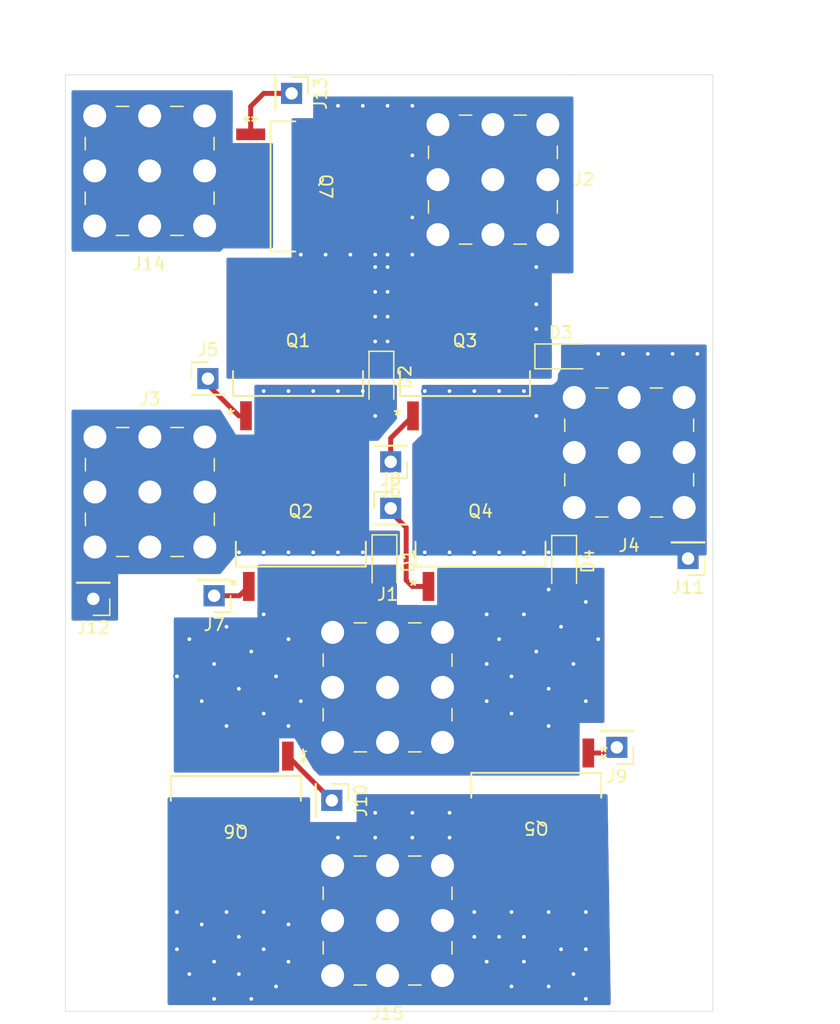
<source format=kicad_pcb>
(kicad_pcb (version 20240108) (generator "pcbnew") (generator_version "8.0")
  (layers (0 "F.Cu" signal) (31 "B.Cu" signal) (34 "B.Paste" user) (35 "F.Paste" user) (36 "B.SilkS" user "B.Silkscreen") (37 "F.SilkS" user "F.Silkscreen") (38 "B.Mask" user) (39 "F.Mask" user) (44 "Edge.Cuts" user))
  (net 0 "")
  (net 1 "/Motor0")
  (net 2 "/DBUS")
  (net 3 "/Motor1")
  (net 4 "GND")
  (net 5 "/G1")
  (net 6 "/G2")
  (net 7 "/G3")
  (net 8 "/G4")
  (net 9 "/G5")
  (net 10 "/G6")
  (net 11 "/G7")
  (net 12 "/Regen")
  (net 13 "/Drive")
  (footprint "Connector_PinHeader_2.54mm:PinHeader_1x01_P2.54mm_Vertical" (layer "F.Cu") (at 136.25 70 -90)
    (property "Reference" "J13" (at 0 -2.33 90) (layer "F.SilkS"))
    (property "Value" "Conn_01x01_Socket")
    (fp_line (start -1.33 1.33) (end 1.33 1.33) (stroke (width 0.12)) (layer "F.SilkS"))
    (fp_line (start -1.33 1.270001) (end -1.33 1.33) (stroke (width 0.12)) (layer "F.SilkS"))
    (fp_line (start -1.33 1.270001) (end 1.33 1.270001) (stroke (width 0.12)) (layer "F.SilkS"))
    (fp_line (start 1.33 1.270001) (end 1.33 1.33) (stroke (width 0.12)) (layer "F.SilkS"))
    (fp_line (start -1.33 0) (end -1.33 -1.33) (stroke (width 0.12)) (layer "F.SilkS"))
    (fp_line (start -1.33 -1.33) (end 0 -1.33) (stroke (width 0.12)) (layer "F.SilkS"))
    (pad "1" thru_hole rect (at 0 0 270) (size 1.7 1.7) (drill 1) (layers "*.Cu" "*.Mask") (net 11 "/G7"))
  )
  (footprint "Connector_PinHeader_2.54mm:PinHeader_1x01_P2.54mm_Vertical" (layer "F.Cu") (at 120.25 110.75 180)
    (property "Reference" "J12" (at 0 -2.33 360) (layer "F.SilkS"))
    (property "Value" "Conn_01x01_Socket")
    (fp_line (start 1.33 1.270001) (end 1.33 1.33) (stroke (width 0.12)) (layer "F.SilkS"))
    (fp_line (start -1.33 1.33) (end 1.33 1.33) (stroke (width 0.12)) (layer "F.SilkS"))
    (fp_line (start -1.33 1.270001) (end 1.33 1.270001) (stroke (width 0.12)) (layer "F.SilkS"))
    (fp_line (start -1.33 1.270001) (end -1.33 1.33) (stroke (width 0.12)) (layer "F.SilkS"))
    (fp_line (start -1.33 0) (end -1.33 -1.33) (stroke (width 0.12)) (layer "F.SilkS"))
    (fp_line (start -1.33 -1.33) (end 0 -1.33) (stroke (width 0.12)) (layer "F.SilkS"))
    (pad "1" thru_hole rect (at 0 0 180) (size 1.7 1.7) (drill 1) (layers "*.Cu" "*.Mask") (net 1 "/Motor0"))
  )
  (footprint "TerminalBlock_Wuerth:Wuerth_REDCUBE-THR_WP-THRSH_74651194_THR" (layer "F.Cu") (at 124.7978 76.25 90)
    (property "Reference" "J14" (at -7.5 -0.0478 180) (layer "F.SilkS"))
    (property "Value" "Conn_01x01_Socket")
    (fp_line (start 1.7 -5.2) (end 2.7 -5.2) (stroke (width 0.12)) (layer "F.SilkS"))
    (fp_line (start -2.7 -5.2) (end -1.7 -5.2) (stroke (width 0.12)) (layer "F.SilkS"))
    (fp_line (start -5.2 -2.7) (end -5.2 -1.7) (stroke (width 0.12)) (layer "F.SilkS"))
    (fp_line (start 5.2 -1.7) (end 5.2 -2.7) (stroke (width 0.12)) (layer "F.SilkS"))
    (fp_line (start -5.2 1.7) (end -5.2 2.7) (stroke (width 0.12)) (layer "F.SilkS"))
    (fp_line (start 5.2 2.7) (end 5.2 1.7) (stroke (width 0.12)) (layer "F.SilkS"))
    (fp_line (start 1.7 5.2) (end 2.7 5.2) (stroke (width 0.12)) (layer "F.SilkS"))
    (fp_line (start -2.7 5.2) (end -1.7 5.2) (stroke (width 0.12)) (layer "F.SilkS"))
    (pad "1" thru_hole circle (at -4.435001 0 90) (size 3.2 3.2) (drill 1.85) (layers "*.Cu" "*.Mask") (net 12 "/Regen"))
    (pad "1" thru_hole circle (at -4.435 -4.435 90) (size 3.2 3.2) (drill 1.85) (layers "*.Cu" "*.Mask") (net 12 "/Regen"))
    (pad "1" thru_hole circle (at -4.435 4.435 90) (size 3.2 3.2) (drill 1.85) (layers "*.Cu" "*.Mask") (net 12 "/Regen"))
    (pad "1" thru_hole circle (at 0 -4.435001 90) (size 3.2 3.2) (drill 1.85) (layers "*.Cu" "*.Mask") (net 12 "/Regen"))
    (pad "1" thru_hole circle (at 0 0 90) (size 3.2 3.2) (drill 1.85) (layers "*.Cu" "*.Mask") (net 12 "/Regen"))
    (pad "1" thru_hole circle (at 0 4.435001 90) (size 3.2 3.2) (drill 1.85) (layers "*.Cu" "*.Mask") (net 12 "/Regen"))
    (pad "1" thru_hole circle (at 4.435 -4.435 90) (size 3.2 3.2) (drill 1.85) (layers "*.Cu" "*.Mask") (net 12 "/Regen"))
    (pad "1" thru_hole circle (at 4.435 4.435 90) (size 3.2 3.2) (drill 1.85) (layers "*.Cu" "*.Mask") (net 12 "/Regen"))
    (pad "1" thru_hole circle (at 4.435001 0 90) (size 3.2 3.2) (drill 1.85) (layers "*.Cu" "*.Mask") (net 12 "/Regen"))
  )
  (footprint "Diode_SMD:D_SOD-123F" (layer "F.Cu") (at 158.249998 107.852199 -90)
    (property "Reference" "D4" (at -0.127 -1.905 90) (layer "F.SilkS"))
    (property "Value" "D")
    (fp_line (start -2.21 1) (end 1.65 1) (stroke (width 0.12)) (layer "F.SilkS"))
    (fp_line (start -2.21 -1) (end -2.21 1) (stroke (width 0.12)) (layer "F.SilkS"))
    (fp_line (start -2.21 -1) (end 1.65 -1) (stroke (width 0.12)) (layer "F.SilkS"))
    (pad "1" smd roundrect (at -1.399999 0 270) (size 1.1 1.1) (layers "F.Cu" "F.Paste" "F.Mask") (roundrect_rratio 0.2272727273) (net 3 "/Motor1"))
    (pad "2" smd roundrect (at 1.399999 0 270) (size 1.1 1.1) (layers "F.Cu" "F.Paste" "F.Mask") (roundrect_rratio 0.2272727273) (net 4 "GND"))
  )
  (footprint "TerminalBlock_Wuerth:Wuerth_REDCUBE-THR_WP-THRSH_74651194_THR" (layer "F.Cu") (at 163.499998 98.9522 180)
    (property "Reference" "J4" (at 0 -7.5 360) (layer "F.SilkS"))
    (property "Value" "Conn_01x01_Socket")
    (fp_line (start 5.2 2.7) (end 5.2 1.7) (stroke (width 0.12)) (layer "F.SilkS"))
    (fp_line (start 5.2 -1.7) (end 5.2 -2.7) (stroke (width 0.12)) (layer "F.SilkS"))
    (fp_line (start 1.7 5.2) (end 2.7 5.2) (stroke (width 0.12)) (layer "F.SilkS"))
    (fp_line (start 1.7 -5.2) (end 2.7 -5.2) (stroke (width 0.12)) (layer "F.SilkS"))
    (fp_line (start -2.7 5.2) (end -1.7 5.2) (stroke (width 0.12)) (layer "F.SilkS"))
    (fp_line (start -2.7 -5.2) (end -1.7 -5.2) (stroke (width 0.12)) (layer "F.SilkS"))
    (fp_line (start -5.2 1.7) (end -5.2 2.7) (stroke (width 0.12)) (layer "F.SilkS"))
    (fp_line (start -5.2 -2.7) (end -5.2 -1.7) (stroke (width 0.12)) (layer "F.SilkS"))
    (pad "1" thru_hole circle (at -4.435001 0 180) (size 3.2 3.2) (drill 1.85) (layers "*.Cu" "*.Mask") (net 3 "/Motor1"))
    (pad "1" thru_hole circle (at -4.435 -4.435 180) (size 3.2 3.2) (drill 1.85) (layers "*.Cu" "*.Mask") (net 3 "/Motor1"))
    (pad "1" thru_hole circle (at -4.435 4.435 180) (size 3.2 3.2) (drill 1.85) (layers "*.Cu" "*.Mask") (net 3 "/Motor1"))
    (pad "1" thru_hole circle (at 0 -4.435001 180) (size 3.2 3.2) (drill 1.85) (layers "*.Cu" "*.Mask") (net 3 "/Motor1"))
    (pad "1" thru_hole circle (at 0 0 180) (size 3.2 3.2) (drill 1.85) (layers "*.Cu" "*.Mask") (net 3 "/Motor1"))
    (pad "1" thru_hole circle (at 0 4.435001 180) (size 3.2 3.2) (drill 1.85) (layers "*.Cu" "*.Mask") (net 3 "/Motor1"))
    (pad "1" thru_hole circle (at 4.435 -4.435 180) (size 3.2 3.2) (drill 1.85) (layers "*.Cu" "*.Mask") (net 3 "/Motor1"))
    (pad "1" thru_hole circle (at 4.435 4.435 180) (size 3.2 3.2) (drill 1.85) (layers "*.Cu" "*.Mask") (net 3 "/Motor1"))
    (pad "1" thru_hole circle (at 4.435001 0 180) (size 3.2 3.2) (drill 1.85) (layers "*.Cu" "*.Mask") (net 3 "/Motor1"))
  )
  (footprint "Connector_PinHeader_2.54mm:PinHeader_1x01_P2.54mm_Vertical" (layer "F.Cu") (at 130 110.5 180)
    (property "Reference" "J7" (at 0 -2.33 360) (layer "F.SilkS"))
    (property "Value" "Conn_01x01_Socket")
    (fp_line (start 1.33 1.270001) (end 1.33 1.33) (stroke (width 0.12)) (layer "F.SilkS"))
    (fp_line (start -1.33 1.33) (end 1.33 1.33) (stroke (width 0.12)) (layer "F.SilkS"))
    (fp_line (start -1.33 1.270001) (end 1.33 1.270001) (stroke (width 0.12)) (layer "F.SilkS"))
    (fp_line (start -1.33 1.270001) (end -1.33 1.33) (stroke (width 0.12)) (layer "F.SilkS"))
    (fp_line (start -1.33 0) (end -1.33 -1.33) (stroke (width 0.12)) (layer "F.SilkS"))
    (fp_line (start -1.33 -1.33) (end 0 -1.33) (stroke (width 0.12)) (layer "F.SilkS"))
    (pad "1" thru_hole rect (at 0 0 180) (size 1.7 1.7) (drill 1) (layers "*.Cu" "*.Mask") (net 7 "/G3"))
  )
  (footprint "Diode_SMD:D_SOD-123F" (layer "F.Cu") (at 158.099999 91.2022)
    (property "Reference" "D3" (at -0.127 -1.905 360) (layer "F.SilkS"))
    (property "Value" "D")
    (fp_line (start -2.21 -1) (end -2.21 1) (stroke (width 0.12)) (layer "F.SilkS"))
    (fp_line (start -2.21 -1) (end 1.65 -1) (stroke (width 0.12)) (layer "F.SilkS"))
    (fp_line (start -2.21 1) (end 1.65 1) (stroke (width 0.12)) (layer "F.SilkS"))
    (pad "1" smd roundrect (at -1.399999 0) (size 1.1 1.1) (layers "F.Cu" "F.Paste" "F.Mask") (roundrect_rratio 0.2272727273) (net 2 "/DBUS"))
    (pad "2" smd roundrect (at 1.399999 0) (size 1.1 1.1) (layers "F.Cu" "F.Paste" "F.Mask") (roundrect_rratio 0.2272727273) (net 3 "/Motor1"))
  )
  (footprint "Connector_PinHeader_2.54mm:PinHeader_1x01_P2.54mm_Vertical" (layer "F.Cu") (at 129.499998 93)
    (property "Reference" "J5" (at 0 -2.33 0) (layer "F.SilkS"))
    (property "Value" "Conn_01x01_Socket")
    (fp_line (start -1.33 -1.33) (end 0 -1.33) (stroke (width 0.12)) (layer "F.SilkS"))
    (fp_line (start -1.33 0) (end -1.33 -1.33) (stroke (width 0.12)) (layer "F.SilkS"))
    (fp_line (start -1.33 1.27) (end -1.33 1.33) (stroke (width 0.12)) (layer "F.SilkS"))
    (fp_line (start -1.33 1.27) (end 1.33 1.27) (stroke (width 0.12)) (layer "F.SilkS"))
    (fp_line (start -1.33 1.33) (end 1.33 1.33) (stroke (width 0.12)) (layer "F.SilkS"))
    (fp_line (start 1.33 1.27) (end 1.33 1.33) (stroke (width 0.12)) (layer "F.SilkS"))
    (pad "1" thru_hole rect (at 0 0) (size 1.7 1.7) (drill 1) (layers "*.Cu" "*.Mask") (net 5 "/G1"))
  )
  (footprint "Connector_PinHeader_2.54mm:PinHeader_1x01_P2.54mm_Vertical" (layer "F.Cu") (at 162.499999 122.726501 180)
    (property "Reference" "J9" (at 0 -2.33 360) (layer "F.SilkS"))
    (property "Value" "Conn_01x01_Socket")
    (fp_line (start 1.33 1.270001) (end 1.33 1.33) (stroke (width 0.12)) (layer "F.SilkS"))
    (fp_line (start -1.33 1.33) (end 1.33 1.33) (stroke (width 0.12)) (layer "F.SilkS"))
    (fp_line (start -1.33 1.270001) (end 1.33 1.270001) (stroke (width 0.12)) (layer "F.SilkS"))
    (fp_line (start -1.33 1.270001) (end -1.33 1.33) (stroke (width 0.12)) (layer "F.SilkS"))
    (fp_line (start -1.33 0) (end -1.33 -1.33) (stroke (width 0.12)) (layer "F.SilkS"))
    (fp_line (start -1.33 -1.33) (end 0 -1.33) (stroke (width 0.12)) (layer "F.SilkS"))
    (pad "1" thru_hole rect (at 0 0 180) (size 1.7 1.7) (drill 1) (layers "*.Cu" "*.Mask") (net 9 "/G5"))
  )
  (footprint "Library:L-TOGL_TOS" (layer "F.Cu") (at 150.249998 89.9421)
    (property "Reference" "Q3" (at 0 0 0) (layer "F.SilkS"))
    (property "Value" "Q_NMOS_GDS")
    (fp_line (start -5.2451 2.453997) (end -5.2451 4.4577) (stroke (width 0.1524)) (layer "F.SilkS"))
    (fp_line (start -5.2451 4.4577) (end 5.2451 4.4577) (stroke (width 0.1524)) (layer "F.SilkS"))
    (fp_line (start 5.2451 4.4577) (end 5.2451 2.453997) (stroke (width 0.1524)) (layer "F.SilkS"))
    (fp_text user "*" (at -5.435 6.0579 360) (layer "F.SilkS"))
    (fp_text user "*" (at -5.435 6.0579 0) (layer "F.SilkS"))
    (pad "1" smd rect (at -4.199999 6.0579) (size 0.9398 2.3368) (layers "F.Cu" "F.Paste" "F.Mask") (net 6 "/G2"))
    (pad "2" smd rect (at 0 -1.7399) (size 9.9314 8.0264) (layers "F.Cu" "F.Paste" "F.Mask") (net 2 "/DBUS"))
    (pad "3" smd rect (at -2.999999 6.0579) (size 0.9398 2.3368) (layers "F.Cu" "F.Paste" "F.Mask") (net 3 "/Motor1"))
    (pad "3" smd rect (at -1.799999 6.0579) (size 0.9398 2.3368) (layers "F.Cu" "F.Paste" "F.Mask") (net 3 "/Motor1"))
    (pad "3" smd rect (at -0.599999 6.0579) (size 0.9398 2.3368) (layers "F.Cu" "F.Paste" "F.Mask") (net 3 "/Motor1"))
    (pad "3" smd rect (at 0.600001 6.0579) (size 0.9398 2.3368) (layers "F.Cu" "F.Paste" "F.Mask") (net 3 "/Motor1"))
    (pad "3" smd rect (at 1.800001 6.0579) (size 0.9398 2.3368) (layers "F.Cu" "F.Paste" "F.Mask") (net 3 "/Motor1"))
    (pad "3" smd rect (at 3.000002 6.0579) (size 0.9398 2.3368) (layers "F.Cu" "F.Paste" "F.Mask") (net 3 "/Motor1"))
    (pad "3" smd rect (at 4.199999 6.0579) (size 0.9398 2.3368) (layers "F.Cu" "F.Paste" "F.Mask") (net 3 "/Motor1"))
  )
  (footprint "TerminalBlock_Wuerth:Wuerth_REDCUBE-THR_WP-THRSH_74651194_THR" (layer "F.Cu") (at 143.999998 117.8872)
    (property "Reference" "J1" (at 0 -7.5 0) (layer "F.SilkS"))
    (property "Value" "Conn_01x01_Socket")
    (fp_line (start -5.2 -2.7) (end -5.2 -1.7) (stroke (width 0.12)) (layer "F.SilkS"))
    (fp_line (start -5.2 1.7) (end -5.2 2.7) (stroke (width 0.12)) (layer "F.SilkS"))
    (fp_line (start -2.7 -5.2) (end -1.7 -5.2) (stroke (width 0.12)) (layer "F.SilkS"))
    (fp_line (start -2.7 5.2) (end -1.7 5.2) (stroke (width 0.12)) (layer "F.SilkS"))
    (fp_line (start 1.7 -5.2) (end 2.7 -5.2) (stroke (width 0.12)) (layer "F.SilkS"))
    (fp_line (start 1.7 5.2) (end 2.7 5.2) (stroke (width 0.12)) (layer "F.SilkS"))
    (fp_line (start 5.2 -1.7) (end 5.2 -2.7) (stroke (width 0.12)) (layer "F.SilkS"))
    (fp_line (start 5.2 2.7) (end 5.2 1.7) (stroke (width 0.12)) (layer "F.SilkS"))
    (pad "1" thru_hole circle (at -4.435 -4.435) (size 3.2 3.2) (drill 1.85) (layers "*.Cu" "*.Mask") (net 4 "GND"))
    (pad "1" thru_hole circle (at -4.435 0) (size 3.2 3.2) (drill 1.85) (layers "*.Cu" "*.Mask") (net 4 "GND"))
    (pad "1" thru_hole circle (at -4.435 4.435) (size 3.2 3.2) (drill 1.85) (layers "*.Cu" "*.Mask") (net 4 "GND"))
    (pad "1" thru_hole circle (at 0 -4.435) (size 3.2 3.2) (drill 1.85) (layers "*.Cu" "*.Mask") (net 4 "GND"))
    (pad "1" thru_hole circle (at 0 0) (size 3.2 3.2) (drill 1.85) (layers "*.Cu" "*.Mask") (net 4 "GND"))
    (pad "1" thru_hole circle (at 0 4.435) (size 3.2 3.2) (drill 1.85) (layers "*.Cu" "*.Mask") (net 4 "GND"))
    (pad "1" thru_hole circle (at 4.435 -4.435) (size 3.2 3.2) (drill 1.85) (layers "*.Cu" "*.Mask") (net 4 "GND"))
    (pad "1" thru_hole circle (at 4.435 0) (size 3.2 3.2) (drill 1.85) (layers "*.Cu" "*.Mask") (net 4 "GND"))
    (pad "1" thru_hole circle (at 4.435 4.435) (size 3.2 3.2) (drill 1.85) (layers "*.Cu" "*.Mask") (net 4 "GND"))
  )
  (footprint "Connector_PinHeader_2.54mm:PinHeader_1x01_P2.54mm_Vertical" (layer "F.Cu") (at 168.25 107.5 180)
    (property "Reference" "J11" (at 0 -2.33 360) (layer "F.SilkS"))
    (property "Value" "Conn_01x01_Socket")
    (fp_line (start 1.33 1.270001) (end 1.33 1.33) (stroke (width 0.12)) (layer "F.SilkS"))
    (fp_line (start -1.33 1.33) (end 1.33 1.33) (stroke (width 0.12)) (layer "F.SilkS"))
    (fp_line (start -1.33 1.270001) (end 1.33 1.270001) (stroke (width 0.12)) (layer "F.SilkS"))
    (fp_line (start -1.33 1.270001) (end -1.33 1.33) (stroke (width 0.12)) (layer "F.SilkS"))
    (fp_line (start -1.33 0) (end -1.33 -1.33) (stroke (width 0.12)) (layer "F.SilkS"))
    (fp_line (start -1.33 -1.33) (end 0 -1.33) (stroke (width 0.12)) (layer "F.SilkS"))
    (pad "1" thru_hole rect (at 0 0 180) (size 1.7 1.7) (drill 1) (layers "*.Cu" "*.Mask") (net 3 "/Motor1"))
  )
  (footprint "TerminalBlock_Wuerth:Wuerth_REDCUBE-THR_WP-THRSH_74651194_THR" (layer "F.Cu") (at 144 136.685001 180)
    (property "Reference" "J15" (at 0 -7.5 360) (layer "F.SilkS"))
    (property "Value" "Conn_01x01_Socket")
    (fp_line (start 5.2 2.7) (end 5.2 1.7) (stroke (width 0.12)) (layer "F.SilkS"))
    (fp_line (start 5.2 -1.7) (end 5.2 -2.7) (stroke (width 0.12)) (layer "F.SilkS"))
    (fp_line (start 1.7 5.2) (end 2.7 5.2) (stroke (width 0.12)) (layer "F.SilkS"))
    (fp_line (start 1.7 -5.2) (end 2.7 -5.2) (stroke (width 0.12)) (layer "F.SilkS"))
    (fp_line (start -2.7 5.2) (end -1.7 5.2) (stroke (width 0.12)) (layer "F.SilkS"))
    (fp_line (start -2.7 -5.2) (end -1.7 -5.2) (stroke (width 0.12)) (layer "F.SilkS"))
    (fp_line (start -5.2 1.7) (end -5.2 2.7) (stroke (width 0.12)) (layer "F.SilkS"))
    (fp_line (start -5.2 -2.7) (end -5.2 -1.7) (stroke (width 0.12)) (layer "F.SilkS"))
    (pad "1" thru_hole circle (at -4.435001 0 180) (size 3.2 3.2) (drill 1.85) (layers "*.Cu" "*.Mask") (net 13 "/Drive"))
    (pad "1" thru_hole circle (at -4.435 -4.435 180) (size 3.2 3.2) (drill 1.85) (layers "*.Cu" "*.Mask") (net 13 "/Drive"))
    (pad "1" thru_hole circle (at -4.435 4.435 180) (size 3.2 3.2) (drill 1.85) (layers "*.Cu" "*.Mask") (net 13 "/Drive"))
    (pad "1" thru_hole circle (at 0 -4.435001 180) (size 3.2 3.2) (drill 1.85) (layers "*.Cu" "*.Mask") (net 13 "/Drive"))
    (pad "1" thru_hole circle (at 0 0 180) (size 3.2 3.2) (drill 1.85) (layers "*.Cu" "*.Mask") (net 13 "/Drive"))
    (pad "1" thru_hole circle (at 0 4.435001 180) (size 3.2 3.2) (drill 1.85) (layers "*.Cu" "*.Mask") (net 13 "/Drive"))
    (pad "1" thru_hole circle (at 4.435 -4.435 180) (size 3.2 3.2) (drill 1.85) (layers "*.Cu" "*.Mask") (net 13 "/Drive"))
    (pad "1" thru_hole circle (at 4.435 4.435 180) (size 3.2 3.2) (drill 1.85) (layers "*.Cu" "*.Mask") (net 13 "/Drive"))
    (pad "1" thru_hole circle (at 4.435001 0 180) (size 3.2 3.2) (drill 1.85) (layers "*.Cu" "*.Mask") (net 13 "/Drive"))
  )
  (footprint "Library:L-TOGL_TOS" (layer "F.Cu") (at 151.499998 103.6921)
    (property "Reference" "Q4" (at 0 0 0) (layer "F.SilkS"))
    (property "Value" "Q_NMOS_GDS")
    (fp_line (start -5.2451 2.453997) (end -5.2451 4.4577) (stroke (width 0.1524)) (layer "F.SilkS"))
    (fp_line (start -5.2451 4.4577) (end 5.2451 4.4577) (stroke (width 0.1524)) (layer "F.SilkS"))
    (fp_line (start 5.2451 4.4577) (end 5.2451 2.453997) (stroke (width 0.1524)) (layer "F.SilkS"))
    (fp_text user "*" (at -5.435 6.0579 0) (layer "F.SilkS"))
    (fp_text user "*" (at -5.435 6.0579 0) (layer "F.SilkS"))
    (pad "1" smd rect (at -4.199999 6.0579) (size 0.9398 2.3368) (layers "F.Cu" "F.Paste" "F.Mask") (net 8 "/G4"))
    (pad "2" smd rect (at 0 -1.7399) (size 9.9314 8.0264) (layers "F.Cu" "F.Paste" "F.Mask") (net 3 "/Motor1"))
    (pad "3" smd rect (at -2.999999 6.0579) (size 0.9398 2.3368) (layers "F.Cu" "F.Paste" "F.Mask") (net 4 "GND"))
    (pad "3" smd rect (at -1.799999 6.0579) (size 0.9398 2.3368) (layers "F.Cu" "F.Paste" "F.Mask") (net 4 "GND"))
    (pad "3" smd rect (at -0.599999 6.0579) (size 0.9398 2.3368) (layers "F.Cu" "F.Paste" "F.Mask") (net 4 "GND"))
    (pad "3" smd rect (at 0.600001 6.0579) (size 0.9398 2.3368) (layers "F.Cu" "F.Paste" "F.Mask") (net 4 "GND"))
    (pad "3" smd rect (at 1.800001 6.0579) (size 0.9398 2.3368) (layers "F.Cu" "F.Paste" "F.Mask") (net 4 "GND"))
    (pad "3" smd rect (at 3.000002 6.0579) (size 0.9398 2.3368) (layers "F.Cu" "F.Paste" "F.Mask") (net 4 "GND"))
    (pad "3" smd rect (at 4.199999 6.0579) (size 0.9398 2.3368) (layers "F.Cu" "F.Paste" "F.Mask") (net 4 "GND"))
  )
  (footprint "Library:L-TOGL_TOS" (layer "F.Cu") (at 136.769703 89.932495)
    (property "Reference" "Q1" (at 0 0 0) (layer "F.SilkS"))
    (property "Value" "Q_NMOS_GDS")
    (fp_line (start -5.2451 2.453997) (end -5.2451 4.4577) (stroke (width 0.1524)) (layer "F.SilkS"))
    (fp_line (start -5.2451 4.4577) (end 5.2451 4.4577) (stroke (width 0.1524)) (layer "F.SilkS"))
    (fp_line (start 5.2451 4.4577) (end 5.2451 2.453997) (stroke (width 0.1524)) (layer "F.SilkS"))
    (fp_text user "*" (at -5.435 6.0579 0) (layer "F.SilkS"))
    (fp_text user "*" (at -5.435 6.0579 360) (layer "F.SilkS"))
    (pad "1" smd rect (at -4.199999 6.0579) (size 0.9398 2.3368) (layers "F.Cu" "F.Paste" "F.Mask") (net 5 "/G1"))
    (pad "2" smd rect (at 0 -1.7399) (size 9.9314 8.0264) (layers "F.Cu" "F.Paste" "F.Mask") (net 2 "/DBUS"))
    (pad "3" smd rect (at -2.999999 6.0579) (size 0.9398 2.3368) (layers "F.Cu" "F.Paste" "F.Mask") (net 1 "/Motor0"))
    (pad "3" smd rect (at -1.799999 6.0579) (size 0.9398 2.3368) (layers "F.Cu" "F.Paste" "F.Mask") (net 1 "/Motor0"))
    (pad "3" smd rect (at -0.599999 6.0579) (size 0.9398 2.3368) (layers "F.Cu" "F.Paste" "F.Mask") (net 1 "/Motor0"))
    (pad "3" smd rect (at 0.600001 6.0579) (size 0.9398 2.3368) (layers "F.Cu" "F.Paste" "F.Mask") (net 1 "/Motor0"))
    (pad "3" smd rect (at 1.800001 6.0579) (size 0.9398 2.3368) (layers "F.Cu" "F.Paste" "F.Mask") (net 1 "/Motor0"))
    (pad "3" smd rect (at 3.000002 6.0579) (size 0.9398 2.3368) (layers "F.Cu" "F.Paste" "F.Mask") (net 1 "/Motor0"))
    (pad "3" smd rect (at 4.199999 6.0579) (size 0.9398 2.3368) (layers "F.Cu" "F.Paste" "F.Mask") (net 1 "/Motor0"))
  )
  (footprint "Library:L-TOGL_TOS" (layer "F.Cu") (at 156 129.2366 180)
    (property "Reference" "Q5" (at 0 0 180) (layer "F.SilkS"))
    (property "Value" "Q_NMOS_GDS")
    (fp_line (start 5.2451 4.4577) (end 5.2451 2.453997) (stroke (width 0.1524)) (layer "F.SilkS"))
    (fp_line (start -5.2451 4.4577) (end 5.2451 4.4577) (stroke (width 0.1524)) (layer "F.SilkS"))
    (fp_line (start -5.2451 2.453997) (end -5.2451 4.4577) (stroke (width 0.1524)) (layer "F.SilkS"))
    (fp_text user "*" (at -5.435 6.0579 180) (layer "F.SilkS"))
    (fp_text user "*" (at -5.435 6.0579 360) (layer "F.SilkS"))
    (pad "1" smd rect (at -4.199999 6.0579 180) (size 0.9398 2.3368) (layers "F.Cu" "F.Paste" "F.Mask") (net 9 "/G5"))
    (pad "2" smd rect (at 0 -1.7399 180) (size 9.9314 8.0264) (layers "F.Cu" "F.Paste" "F.Mask") (net 13 "/Drive"))
    (pad "3" smd rect (at -2.999999 6.0579 180) (size 0.9398 2.3368) (layers "F.Cu" "F.Paste" "F.Mask") (net 4 "GND"))
    (pad "3" smd rect (at -1.799999 6.0579 180) (size 0.9398 2.3368) (layers "F.Cu" "F.Paste" "F.Mask") (net 4 "GND"))
    (pad "3" smd rect (at -0.599999 6.0579 180) (size 0.9398 2.3368) (layers "F.Cu" "F.Paste" "F.Mask") (net 4 "GND"))
    (pad "3" smd rect (at 0.600001 6.0579 180) (size 0.9398 2.3368) (layers "F.Cu" "F.Paste" "F.Mask") (net 4 "GND"))
    (pad "3" smd rect (at 1.800001 6.0579 180) (size 0.9398 2.3368) (layers "F.Cu" "F.Paste" "F.Mask") (net 4 "GND"))
    (pad "3" smd rect (at 3.000002 6.0579 180) (size 0.9398 2.3368) (layers "F.Cu" "F.Paste" "F.Mask") (net 4 "GND"))
    (pad "3" smd rect (at 4.199999 6.0579 180) (size 0.9398 2.3368) (layers "F.Cu" "F.Paste" "F.Mask") (net 4 "GND"))
  )
  (footprint "Connector_PinHeader_2.54mm:PinHeader_1x01_P2.54mm_Vertical" (layer "F.Cu") (at 144.249998 99.7022 180)
    (property "Reference" "J6" (at 0 -2.33 360) (layer "F.SilkS"))
    (property "Value" "Conn_01x01_Socket")
    (fp_line (start 1.33 1.270001) (end 1.33 1.33) (stroke (width 0.12)) (layer "F.SilkS"))
    (fp_line (start -1.33 1.33) (end 1.33 1.33) (stroke (width 0.12)) (layer "F.SilkS"))
    (fp_line (start -1.33 1.270001) (end 1.33 1.270001) (stroke (width 0.12)) (layer "F.SilkS"))
    (fp_line (start -1.33 1.270001) (end -1.33 1.33) (stroke (width 0.12)) (layer "F.SilkS"))
    (fp_line (start -1.33 0) (end -1.33 -1.33) (stroke (width 0.12)) (layer "F.SilkS"))
    (fp_line (start -1.33 -1.33) (end 0 -1.33) (stroke (width 0.12)) (layer "F.SilkS"))
    (pad "1" thru_hole rect (at 0 0 180) (size 1.7 1.7) (drill 1) (layers "*.Cu" "*.Mask") (net 6 "/G2"))
  )
  (footprint "Connector_PinHeader_2.54mm:PinHeader_1x01_P2.54mm_Vertical" (layer "F.Cu") (at 139.5 127 -90)
    (property "Reference" "J10" (at 0 -2.33 90) (layer "F.SilkS"))
    (property "Value" "Conn_01x01_Socket")
    (fp_line (start -1.33 1.33) (end 1.33 1.33) (stroke (width 0.12)) (layer "F.SilkS"))
    (fp_line (start -1.33 1.270001) (end -1.33 1.33) (stroke (width 0.12)) (layer "F.SilkS"))
    (fp_line (start -1.33 1.270001) (end 1.33 1.270001) (stroke (width 0.12)) (layer "F.SilkS"))
    (fp_line (start 1.33 1.270001) (end 1.33 1.33) (stroke (width 0.12)) (layer "F.SilkS"))
    (fp_line (start -1.33 0) (end -1.33 -1.33) (stroke (width 0.12)) (layer "F.SilkS"))
    (fp_line (start -1.33 -1.33) (end 0 -1.33) (stroke (width 0.12)) (layer "F.SilkS"))
    (pad "1" thru_hole rect (at 0 0 270) (size 1.7 1.7) (drill 1) (layers "*.Cu" "*.Mask") (net 10 "/G6"))
  )
  (footprint "TerminalBlock_Wuerth:Wuerth_REDCUBE-THR_WP-THRSH_74651194_THR" (layer "F.Cu") (at 124.814998 102.1372)
    (property "Reference" "J3" (at 0 -7.5 0) (layer "F.SilkS"))
    (property "Value" "Conn_01x01_Socket")
    (fp_line (start -5.2 -2.7) (end -5.2 -1.7) (stroke (width 0.12)) (layer "F.SilkS"))
    (fp_line (start -5.2 1.7) (end -5.2 2.7) (stroke (width 0.12)) (layer "F.SilkS"))
    (fp_line (start -2.7 -5.2) (end -1.7 -5.2) (stroke (width 0.12)) (layer "F.SilkS"))
    (fp_line (start -2.7 5.2) (end -1.7 5.2) (stroke (width 0.12)) (layer "F.SilkS"))
    (fp_line (start 1.7 -5.2) (end 2.7 -5.2) (stroke (width 0.12)) (layer "F.SilkS"))
    (fp_line (start 1.7 5.2) (end 2.7 5.2) (stroke (width 0.12)) (layer "F.SilkS"))
    (fp_line (start 5.2 -1.7) (end 5.2 -2.7) (stroke (width 0.12)) (layer "F.SilkS"))
    (fp_line (start 5.2 2.7) (end 5.2 1.7) (stroke (width 0.12)) (layer "F.SilkS"))
    (pad "1" thru_hole circle (at -4.435 -4.435) (size 3.2 3.2) (drill 1.85) (layers "*.Cu" "*.Mask") (net 1 "/Motor0"))
    (pad "1" thru_hole circle (at -4.435 0) (size 3.2 3.2) (drill 1.85) (layers "*.Cu" "*.Mask") (net 1 "/Motor0"))
    (pad "1" thru_hole circle (at -4.435 4.435) (size 3.2 3.2) (drill 1.85) (layers "*.Cu" "*.Mask") (net 1 "/Motor0"))
    (pad "1" thru_hole circle (at 0 -4.435) (size 3.2 3.2) (drill 1.85) (layers "*.Cu" "*.Mask") (net 1 "/Motor0"))
    (pad "1" thru_hole circle (at 0 0) (size 3.2 3.2) (drill 1.85) (layers "*.Cu" "*.Mask") (net 1 "/Motor0"))
    (pad "1" thru_hole circle (at 0 4.435) (size 3.2 3.2) (drill 1.85) (layers "*.Cu" "*.Mask") (net 1 "/Motor0"))
    (pad "1" thru_hole circle (at 4.435 -4.435) (size 3.2 3.2) (drill 1.85) (layers "*.Cu" "*.Mask") (net 1 "/Motor0"))
    (pad "1" thru_hole circle (at 4.435 0) (size 3.2 3.2) (drill 1.85) (layers "*.Cu" "*.Mask") (net 1 "/Motor0"))
    (pad "1" thru_hole circle (at 4.435 4.435) (size 3.2 3.2) (drill 1.85) (layers "*.Cu" "*.Mask") (net 1 "/Motor0"))
  )
  (footprint "Diode_SMD:D_SOD-123F" (layer "F.Cu") (at 143.749998 107.802201 -90)
    (property "Reference" "D1" (at -0.127 -1.905 90) (layer "F.SilkS"))
    (property "Value" "D")
    (fp_line (start -2.21 1) (end 1.65 1) (stroke (width 0.12)) (layer "F.SilkS"))
    (fp_line (start -2.21 -1) (end -2.21 1) (stroke (width 0.12)) (layer "F.SilkS"))
    (fp_line (start -2.21 -1) (end 1.65 -1) (stroke (width 0.12)) (layer "F.SilkS"))
    (pad "1" smd roundrect (at -1.399999 0 270) (size 1.1 1.1) (layers "F.Cu" "F.Paste" "F.Mask") (roundrect_rratio 0.2272727273) (net 1 "/Motor0"))
    (pad "2" smd roundrect (at 1.399999 0 270) (size 1.1 1.1) (layers "F.Cu" "F.Paste" "F.Mask") (roundrect_rratio 0.2272727273) (net 4 "GND"))
  )
  (footprint "Connector_PinHeader_2.54mm:PinHeader_1x01_P2.54mm_Vertical" (layer "F.Cu") (at 144.249998 103.4522)
    (property "Reference" "J8" (at 0 -2.33 0) (layer "F.SilkS"))
    (property "Value" "Conn_01x01_Socket")
    (fp_line (start -1.33 -1.33) (end 0 -1.33) (stroke (width 0.12)) (layer "F.SilkS"))
    (fp_line (start -1.33 0) (end -1.33 -1.33) (stroke (width 0.12)) (layer "F.SilkS"))
    (fp_line (start -1.33 1.27) (end -1.33 1.33) (stroke (width 0.12)) (layer "F.SilkS"))
    (fp_line (start -1.33 1.27) (end 1.33 1.27) (stroke (width 0.12)) (layer "F.SilkS"))
    (fp_line (start -1.33 1.33) (end 1.33 1.33) (stroke (width 0.12)) (layer "F.SilkS"))
    (fp_line (start 1.33 1.27) (end 1.33 1.33) (stroke (width 0.12)) (layer "F.SilkS"))
    (pad "1" thru_hole rect (at 0 0) (size 1.7 1.7) (drill 1) (layers "*.Cu" "*.Mask") (net 8 "/G4"))
  )
  (footprint "Library:L-TOGL_TOS" (layer "F.Cu") (at 131.75 129.4866 180)
    (property "Reference" "Q6" (at 0 0 180) (layer "F.SilkS"))
    (property "Value" "Q_NMOS_GDS")
    (fp_line (start 5.2451 4.4577) (end 5.2451 2.453997) (stroke (width 0.1524)) (layer "F.SilkS"))
    (fp_line (start -5.2451 4.4577) (end 5.2451 4.4577) (stroke (width 0.1524)) (layer "F.SilkS"))
    (fp_line (start -5.2451 2.453997) (end -5.2451 4.4577) (stroke (width 0.1524)) (layer "F.SilkS"))
    (fp_text user "*" (at -5.435 6.0579 360) (layer "F.SilkS"))
    (fp_text user "*" (at -5.435 6.0579 180) (layer "F.SilkS"))
    (pad "1" smd rect (at -4.199999 6.0579 180) (size 0.9398 2.3368) (layers "F.Cu" "F.Paste" "F.Mask") (net 10 "/G6"))
    (pad "2" smd rect (at 0 -1.7399 180) (size 9.9314 8.0264) (layers "F.Cu" "F.Paste" "F.Mask") (net 13 "/Drive"))
    (pad "3" smd rect (at -2.999999 6.0579 180) (size 0.9398 2.3368) (layers "F.Cu" "F.Paste" "F.Mask") (net 4 "GND"))
    (pad "3" smd rect (at -1.799999 6.0579 180) (size 0.9398 2.3368) (layers "F.Cu" "F.Paste" "F.Mask") (net 4 "GND"))
    (pad "3" smd rect (at -0.599999 6.0579 180) (size 0.9398 2.3368) (layers "F.Cu" "F.Paste" "F.Mask") (net 4 "GND"))
    (pad "3" smd rect (at 0.600001 6.0579 180) (size 0.9398 2.3368) (layers "F.Cu" "F.Paste" "F.Mask") (net 4 "GND"))
    (pad "3" smd rect (at 1.800001 6.0579 180) (size 0.9398 2.3368) (layers "F.Cu" "F.Paste" "F.Mask") (net 4 "GND"))
    (pad "3" smd rect (at 3.000002 6.0579 180) (size 0.9398 2.3368) (layers "F.Cu" "F.Paste" "F.Mask") (net 4 "GND"))
    (pad "3" smd rect (at 4.199999 6.0579 180) (size 0.9398 2.3368) (layers "F.Cu" "F.Paste" "F.Mask") (net 4 "GND"))
  )
  (footprint "Library:L-TOGL_TOS" (layer "F.Cu") (at 136.999998 103.6921)
    (property "Reference" "Q2" (at 0 0 0) (layer "F.SilkS"))
    (property "Value" "Q_NMOS_GDS")
    (fp_line (start -5.2451 2.453997) (end -5.2451 4.4577) (stroke (width 0.1524)) (layer "F.SilkS"))
    (fp_line (start -5.2451 4.4577) (end 5.2451 4.4577) (stroke (width 0.1524)) (layer "F.SilkS"))
    (fp_line (start 5.2451 4.4577) (end 5.2451 2.453997) (stroke (width 0.1524)) (layer "F.SilkS"))
    (fp_text user "*" (at -5.435 6.0579 0) (layer "F.SilkS"))
    (fp_text user "*" (at -5.435 6.0579 360) (layer "F.SilkS"))
    (pad "1" smd rect (at -4.199999 6.0579) (size 0.9398 2.3368) (layers "F.Cu" "F.Paste" "F.Mask") (net 7 "/G3"))
    (pad "2" smd rect (at 0 -1.7399) (size 9.9314 8.0264) (layers "F.Cu" "F.Paste" "F.Mask") (net 1 "/Motor0"))
    (pad "3" smd rect (at -2.999999 6.0579) (size 0.9398 2.3368) (layers "F.Cu" "F.Paste" "F.Mask") (net 4 "GND"))
    (pad "3" smd rect (at -1.799999 6.0579) (size 0.9398 2.3368) (layers "F.Cu" "F.Paste" "F.Mask") (net 4 "GND"))
    (pad "3" smd rect (at -0.599999 6.0579) (size 0.9398 2.3368) (layers "F.Cu" "F.Paste" "F.Mask") (net 4 "GND"))
    (pad "3" smd rect (at 0.600001 6.0579) (size 0.9398 2.3368) (layers "F.Cu" "F.Paste" "F.Mask") (net 4 "GND"))
    (pad "3" smd rect (at 1.800001 6.0579) (size 0.9398 2.3368) (layers "F.Cu" "F.Paste" "F.Mask") (net 4 "GND"))
    (pad "3" smd rect (at 3.000002 6.0579) (size 0.9398 2.3368) (layers "F.Cu" "F.Paste" "F.Mask") (net 4 "GND"))
    (pad "3" smd rect (at 4.199999 6.0579) (size 0.9398 2.3368) (layers "F.Cu" "F.Paste" "F.Mask") (net 4 "GND"))
  )
  (footprint "Library:L-TOGL_TOS" (layer "F.Cu") (at 139.0101 77.5 -90)
    (property "Reference" "Q7" (at 0 0 -90) (layer "F.SilkS"))
    (property "Value" "Q_NMOS_GDS")
    (fp_line (start -5.2451 4.4577) (end 5.2451 4.4577) (stroke (width 0.1524)) (layer "F.SilkS"))
    (fp_line (start 5.2451 4.4577) (end 5.2451 2.453997) (stroke (width 0.1524)) (layer "F.SilkS"))
    (fp_line (start -5.2451 2.453997) (end -5.2451 4.4577) (stroke (width 0.1524)) (layer "F.SilkS"))
    (fp_text user "*" (at -5.435 6.0579 -90) (layer "F.SilkS"))
    (fp_text user "*" (at -5.435 6.0579 90) (layer "F.SilkS"))
    (pad "1" smd rect (at -4.199999 6.0579 270) (size 0.9398 2.3368) (layers "F.Cu" "F.Paste" "F.Mask") (net 11 "/G7"))
    (pad "2" smd rect (at 0 -1.7399 270) (size 9.9314 8.0264) (layers "F.Cu" "F.Paste" "F.Mask") (net 2 "/DBUS"))
    (pad "3" smd rect (at -2.999999 6.0579 270) (size 0.9398 2.3368) (layers "F.Cu" "F.Paste" "F.Mask") (net 12 "/Regen"))
    (pad "3" smd rect (at -1.799999 6.0579 270) (size 0.9398 2.3368) (layers "F.Cu" "F.Paste" "F.Mask") (net 12 "/Regen"))
    (pad "3" smd rect (at -0.599999 6.0579 270) (size 0.9398 2.3368) (layers "F.Cu" "F.Paste" "F.Mask") (net 12 "/Regen"))
    (pad "3" smd rect (at 0.600001 6.0579 270) (size 0.9398 2.3368) (layers "F.Cu" "F.Paste" "F.Mask") (net 12 "/Regen"))
    (pad "3" smd rect (at 1.800001 6.0579 270) (size 0.9398 2.3368) (layers "F.Cu" "F.Paste" "F.Mask") (net 12 "/Regen"))
    (pad "3" smd rect (at 3.000002 6.0579 270) (size 0.9398 2.3368) (layers "F.Cu" "F.Paste" "F.Mask") (net 12 "/Regen"))
    (pad "3" smd rect (at 4.199999 6.0579 270) (size 0.9398 2.3368) (layers "F.Cu" "F.Paste" "F.Mask") (net 12 "/Regen"))
  )
  (footprint "TerminalBlock_Wuerth:Wuerth_REDCUBE-THR_WP-THRSH_74651194_THR" (layer "F.Cu") (at 152.5 76.9522)
    (property "Reference" "J2" (at 7.315 0 0) (layer "F.SilkS"))
    (property "Value" "Conn_01x01_Socket")
    (fp_line (start -5.2 -2.7) (end -5.2 -1.7) (stroke (width 0.12)) (layer "F.SilkS"))
    (fp_line (start -5.2 1.7) (end -5.2 2.7) (stroke (width 0.12)) (layer "F.SilkS"))
    (fp_line (start -2.7 -5.2) (end -1.7 -5.2) (stroke (width 0.12)) (layer "F.SilkS"))
    (fp_line (start -2.7 5.2) (end -1.7 5.2) (stroke (width 0.12)) (layer "F.SilkS"))
    (fp_line (start 1.7 -5.2) (end 2.7 -5.2) (stroke (width 0.12)) (layer "F.SilkS"))
    (fp_line (start 1.7 5.2) (end 2.7 5.2) (stroke (width 0.12)) (layer "F.SilkS"))
    (fp_line (start 5.2 -1.7) (end 5.2 -2.7) (stroke (width 0.12)) (layer "F.SilkS"))
    (fp_line (start 5.2 2.7) (end 5.2 1.7) (stroke (width 0.12)) (layer "F.SilkS"))
    (pad "1" thru_hole circle (at -4.435 -4.435) (size 3.2 3.2) (drill 1.85) (layers "*.Cu" "*.Mask") (net 2 "/DBUS"))
    (pad "1" thru_hole circle (at -4.435 0) (size 3.2 3.2) (drill 1.85) (layers "*.Cu" "*.Mask") (net 2 "/DBUS"))
    (pad "1" thru_hole circle (at -4.435 4.435) (size 3.2 3.2) (drill 1.85) (layers "*.Cu" "*.Mask") (net 2 "/DBUS"))
    (pad "1" thru_hole circle (at 0 -4.435) (size 3.2 3.2) (drill 1.85) (layers "*.Cu" "*.Mask") (net 2 "/DBUS"))
    (pad "1" thru_hole circle (at 0 0) (size 3.2 3.2) (drill 1.85) (layers "*.Cu" "*.Mask") (net 2 "/DBUS"))
    (pad "1" thru_hole circle (at 0 4.435) (size 3.2 3.2) (drill 1.85) (layers "*.Cu" "*.Mask") (net 2 "/DBUS"))
    (pad "1" thru_hole circle (at 4.435 -4.435) (size 3.2 3.2) (drill 1.85) (layers "*.Cu" "*.Mask") (net 2 "/DBUS"))
    (pad "1" thru_hole circle (at 4.435 0) (size 3.2 3.2) (drill 1.85) (layers "*.Cu" "*.Mask") (net 2 "/DBUS"))
    (pad "1" thru_hole circle (at 4.435 4.435) (size 3.2 3.2) (drill 1.85) (layers "*.Cu" "*.Mask") (net 2 "/DBUS"))
  )
  (footprint "Diode_SMD:D_SOD-123F" (layer "F.Cu") (at 143.499998 93 -90)
    (property "Reference" "D2" (at -0.127 -1.905 90) (layer "F.SilkS"))
    (property "Value" "D")
    (fp_line (start -2.21 1) (end 1.65 1) (stroke (width 0.12)) (layer "F.SilkS"))
    (fp_line (start -2.21 -1) (end -2.21 1) (stroke (width 0.12)) (layer "F.SilkS"))
    (fp_line (start -2.21 -1) (end 1.65 -1) (stroke (width 0.12)) (layer "F.SilkS"))
    (pad "1" smd roundrect (at -1.399999 0 270) (size 1.1 1.1) (layers "F.Cu" "F.Paste" "F.Mask") (roundrect_rratio 0.2272727273) (net 2 "/DBUS"))
    (pad "2" smd roundrect (at 1.399999 0 270) (size 1.1 1.1) (layers "F.Cu" "F.Paste" "F.Mask") (roundrect_rratio 0.2272727273) (net 1 "/Motor0"))
  )
  (gr_line (start 170.25 90.5) (end 170.25 144) (stroke (width 0.05)) (layer "Edge.Cuts"))
  (gr_line (start 118 144) (end 162 144) (stroke (width 0.05)) (layer "Edge.Cuts"))
  (gr_line (start 170.25 144) (end 162 144) (stroke (width 0.05)) (layer "Edge.Cuts"))
  (gr_line (start 170.25 68.5) (end 170.25 69) (stroke (width 0.05)) (layer "Edge.Cuts"))
  (gr_line (start 137.75 68.5) (end 159 68.5) (stroke (width 0.05)) (layer "Edge.Cuts"))
  (gr_line (start 137.75 68.5) (end 118 68.5) (stroke (width 0.05)) (layer "Edge.Cuts"))
  (gr_line (start 170.25 90.5) (end 170.25 69) (stroke (width 0.05)) (layer "Edge.Cuts"))
  (gr_line (start 118 68.5) (end 118 69.5) (stroke (width 0.05)) (layer "Edge.Cuts"))
  (gr_line (start 159 68.5) (end 170.25 68.5) (stroke (width 0.05)) (layer "Edge.Cuts"))
  (gr_line (start 118 69.5) (end 118 144) (stroke (width 0.05)) (layer "Edge.Cuts"))
  (via (at 136 94) (size 0.6) (drill 0.3) (layers "F.Cu" "B.Cu") (net 1))
  (via (at 142 107) (size 0.6) (drill 0.3) (layers "F.Cu" "B.Cu") (net 1))
  (via (at 134 94) (size 0.6) (drill 0.3) (layers "F.Cu" "B.Cu") (net 1))
  (via (at 138 94) (size 0.6) (drill 0.3) (layers "F.Cu" "B.Cu") (net 1))
  (via (at 142 94) (size 0.6) (drill 0.3) (layers "F.Cu" "B.Cu") (net 1))
  (via (at 134 107) (size 0.6) (drill 0.3) (layers "F.Cu" "B.Cu") (net 1))
  (via (at 132 107) (size 0.6) (drill 0.3) (layers "F.Cu" "B.Cu") (net 1))
  (via (at 140 107) (size 0.6) (drill 0.3) (layers "F.Cu" "B.Cu") (net 1))
  (via (at 138 107) (size 0.6) (drill 0.3) (layers "F.Cu" "B.Cu") (net 1))
  (via (at 136 107) (size 0.6) (drill 0.3) (layers "F.Cu" "B.Cu") (net 1))
  (via (at 140 94) (size 0.6) (drill 0.3) (layers "F.Cu" "B.Cu") (net 1))
  (via (at 143 96) (size 0.6) (drill 0.3) (layers "F.Cu" "B.Cu") (net 1))
  (via (at 146 83) (size 0.6) (drill 0.3) (layers "F.Cu" "B.Cu") (net 2))
  (via (at 139 83) (size 0.6) (drill 0.3) (layers "F.Cu" "B.Cu") (net 2))
  (via (at 146 75) (size 0.6) (drill 0.3) (layers "F.Cu" "B.Cu") (net 2))
  (via (at 144 84) (size 0.6) (drill 0.3) (layers "F.Cu" "B.Cu") (net 2))
  (via (at 156 87) (size 0.6) (drill 0.3) (layers "F.Cu" "B.Cu") (net 2))
  (via (at 137 83) (size 0.6) (drill 0.3) (layers "F.Cu" "B.Cu") (net 2))
  (via (at 143 90) (size 0.6) (drill 0.3) (layers "F.Cu" "B.Cu") (net 2))
  (via (at 144 90) (size 0.6) (drill 0.3) (layers "F.Cu" "B.Cu") (net 2))
  (via (at 144 88) (size 0.6) (drill 0.3) (layers "F.Cu" "B.Cu") (net 2))
  (via (at 141 83) (size 0.6) (drill 0.3) (layers "F.Cu" "B.Cu") (net 2))
  (via (at 156 89) (size 0.6) (drill 0.3) (layers "F.Cu" "B.Cu") (net 2))
  (via (at 143 83) (size 0.6) (drill 0.3) (layers "F.Cu" "B.Cu") (net 2))
  (via (at 146 80) (size 0.6) (drill 0.3) (layers "F.Cu" "B.Cu") (net 2))
  (via (at 143 84) (size 0.6) (drill 0.3) (layers "F.Cu" "B.Cu") (net 2))
  (via (at 144 83) (size 0.6) (drill 0.3) (layers "F.Cu" "B.Cu") (net 2))
  (via (at 143 88) (size 0.6) (drill 0.3) (layers "F.Cu" "B.Cu") (net 2))
  (via (at 144 71) (size 0.6) (drill 0.3) (layers "F.Cu" "B.Cu") (net 2))
  (via (at 146 71) (size 0.6) (drill 0.3) (layers "F.Cu" "B.Cu") (net 2))
  (via (at 143 86) (size 0.6) (drill 0.3) (layers "F.Cu" "B.Cu") (net 2))
  (via (at 140 71) (size 0.6) (drill 0.3) (layers "F.Cu" "B.Cu") (net 2))
  (via (at 156 84) (size 0.6) (drill 0.3) (layers "F.Cu" "B.Cu") (net 2))
  (via (at 144 86) (size 0.6) (drill 0.3) (layers "F.Cu" "B.Cu") (net 2))
  (via (at 142 71) (size 0.6) (drill 0.3) (layers "F.Cu" "B.Cu") (net 2))
  (via (at 165 91) (size 0.6) (drill 0.3) (layers "F.Cu" "B.Cu") (net 3))
  (via (at 169 91) (size 0.6) (drill 0.3) (layers "F.Cu" "B.Cu") (net 3))
  (via (at 147 107) (size 0.6) (drill 0.3) (layers "F.Cu" "B.Cu") (net 3))
  (via (at 156 96) (size 0.6) (drill 0.3) (layers "F.Cu" "B.Cu") (net 3))
  (via (at 147 94) (size 0.6) (drill 0.3) (layers "F.Cu" "B.Cu") (net 3))
  (via (at 167 91) (size 0.6) (drill 0.3) (layers "F.Cu" "B.Cu") (net 3))
  (via (at 153 94) (size 0.6) (drill 0.3) (layers "F.Cu" "B.Cu") (net 3))
  (via (at 157 107) (size 0.6) (drill 0.3) (layers "F.Cu" "B.Cu") (net 3))
  (via (at 163 91) (size 0.6) (drill 0.3) (layers "F.Cu" "B.Cu") (net 3))
  (via (at 153 107) (size 0.6) (drill 0.3) (layers "F.Cu" "B.Cu") (net 3))
  (via (at 149 107) (size 0.6) (drill 0.3) (layers "F.Cu" "B.Cu") (net 3))
  (via (at 149 94) (size 0.6) (drill 0.3) (layers "F.Cu" "B.Cu") (net 3))
  (via (at 161 91) (size 0.6) (drill 0.3) (layers "F.Cu" "B.Cu") (net 3))
  (via (at 155 94) (size 0.6) (drill 0.3) (layers "F.Cu" "B.Cu") (net 3))
  (via (at 151 94) (size 0.6) (drill 0.3) (layers "F.Cu" "B.Cu") (net 3))
  (via (at 151 107) (size 0.6) (drill 0.3) (layers "F.Cu" "B.Cu") (net 3))
  (via (at 155 107) (size 0.6) (drill 0.3) (layers "F.Cu" "B.Cu") (net 3))
  (via (at 131 121) (size 0.6) (drill 0.3) (layers "F.Cu" "B.Cu") (net 4))
  (via (at 133 115) (size 0.6) (drill 0.3) (layers "F.Cu" "B.Cu") (net 4))
  (via (at 132 118) (size 0.6) (drill 0.3) (layers "F.Cu" "B.Cu") (net 4))
  (via (at 154 117) (size 0.6) (drill 0.3) (layers "F.Cu" "B.Cu") (net 4))
  (via (at 161 114) (size 0.6) (drill 0.3) (layers "F.Cu" "B.Cu") (net 4))
  (via (at 160 111) (size 0.6) (drill 0.3) (layers "F.Cu" "B.Cu") (net 4))
  (via (at 134 120) (size 0.6) (drill 0.3) (layers "F.Cu" "B.Cu") (net 4))
  (via (at 157 118) (size 0.6) (drill 0.3) (layers "F.Cu" "B.Cu") (net 4))
  (via (at 152 116) (size 0.6) (drill 0.3) (layers "F.Cu" "B.Cu") (net 4))
  (via (at 135 117) (size 0.6) (drill 0.3) (layers "F.Cu" "B.Cu") (net 4))
  (via (at 154 120) (size 0.6) (drill 0.3) (layers "F.Cu" "B.Cu") (net 4))
  (via (at 156 115) (size 0.6) (drill 0.3) (layers "F.Cu" "B.Cu") (net 4))
  (via (at 136 121) (size 0.6) (drill 0.3) (layers "F.Cu" "B.Cu") (net 4))
  (via (at 129 119) (size 0.6) (drill 0.3) (layers "F.Cu" "B.Cu") (net 4))
  (via (at 131 113) (size 0.6) (drill 0.3) (layers "F.Cu" "B.Cu") (net 4))
  (via (at 127 117) (size 0.6) (drill 0.3) (layers "F.Cu" "B.Cu") (net 4))
  (via (at 159 116) (size 0.6) (drill 0.3) (layers "F.Cu" "B.Cu") (net 4))
  (via (at 157 110) (size 0.6) (drill 0.3) (layers "F.Cu" "B.Cu") (net 4))
  (via (at 136 114) (size 0.6) (drill 0.3) (layers "F.Cu" "B.Cu") (net 4))
  (via (at 137 119) (size 0.6) (drill 0.3) (layers "F.Cu" "B.Cu") (net 4))
  (via (at 152 112) (size 0.6) (drill 0.3) (layers "F.Cu" "B.Cu") (net 4))
  (via (at 134 112) (size 0.6) (drill 0.3) (layers "F.Cu" "B.Cu") (net 4))
  (via (at 155 112) (size 0.6) (drill 0.3) (layers "F.Cu" "B.Cu") (net 4))
  (via (at 160 119) (size 0.6) (drill 0.3) (layers "F.Cu" "B.Cu") (net 4))
  (via (at 152 119) (size 0.6) (drill 0.3) (layers "F.Cu" "B.Cu") (net 4))
  (via (at 153 114) (size 0.6) (drill 0.3) (layers "F.Cu" "B.Cu") (net 4))
  (via (at 157 121) (size 0.6) (drill 0.3) (layers "F.Cu" "B.Cu") (net 4))
  (via (at 130 116) (size 0.6) (drill 0.3) (layers "F.Cu" "B.Cu") (net 4))
  (via (at 158 113) (size 0.6) (drill 0.3) (layers "F.Cu" "B.Cu") (net 4))
  (via (at 128 114) (size 0.6) (drill 0.3) (layers "F.Cu" "B.Cu") (net 4))
  (segment (start 131.990395 95.990395) (end 129.499998 93.499998) (width 0.4) (layer "F.Cu") (net 5))
  (segment (start 132.569704 95.990395) (end 131.990395 95.990395) (width 0.4) (layer "F.Cu") (net 5))
  (segment (start 129.499998 93.499998) (end 129.499998 93) (width 0.4) (layer "F.Cu") (net 5))
  (segment (start 144.249998 97.800001) (end 146.049999 96) (width 0.4) (layer "F.Cu") (net 6))
  (segment (start 144.249998 99.7022) (end 144.249998 97.800001) (width 0.4) (layer "F.Cu") (net 6))
  (segment (start 132.049999 110.5) (end 132.799999 109.75) (width 0.4) (layer "F.Cu") (net 7))
  (segment (start 130 110.5) (end 132.049999 110.5) (width 0.4) (layer "F.Cu") (net 7))
  (segment (start 146 109.75) (end 147.299999 109.75) (width 0.4) (layer "F.Cu") (net 8))
  (segment (start 144.249998 103.749998) (end 145.5 105) (width 0.4) (layer "F.Cu") (net 8))
  (segment (start 145.5 109.25) (end 146 109.75) (width 0.4) (layer "F.Cu") (net 8))
  (segment (start 145.5 105) (end 145.5 109.25) (width 0.4) (layer "F.Cu") (net 8))
  (segment (start 144.249998 103.4522) (end 144.249998 103.749998) (width 0.4) (layer "F.Cu") (net 8))
  (segment (start 162.0478 123.1787) (end 162.499999 122.726501) (width 0.4) (layer "F.Cu") (net 9))
  (segment (start 160.199999 123.1787) (end 162.0478 123.1787) (width 0.4) (layer "F.Cu") (net 9))
  (segment (start 136.5 123.978701) (end 135.949999 123.4287) (width 0.4) (layer "F.Cu") (net 10))
  (segment (start 137 124.5) (end 136.5 123.978701) (width 0.4) (layer "F.Cu") (net 10))
  (segment (start 139.5 127) (end 137 124.5) (width 0.4) (layer "F.Cu") (net 10))
  (segment (start 132.9522 73.300001) (end 132.9522 71.0478) (width 0.4) (layer "F.Cu") (net 11))
  (segment (start 134 70) (end 136.25 70) (width 0.4) (layer "F.Cu") (net 11))
  (segment (start 132.9522 71.0478) (end 134 70) (width 0.4) (layer "F.Cu") (net 11))
  (via (at 157 142) (size 0.6) (drill 0.3) (layers "F.Cu" "B.Cu") (net 13))
  (via (at 128 141) (size 0.6) (drill 0.3) (layers "F.Cu" "B.Cu") (net 13))
  (via (at 153 138) (size 0.6) (drill 0.3) (layers "F.Cu" "B.Cu") (net 13))
  (via (at 143 130) (size 0.6) (drill 0.3) (layers "F.Cu" "B.Cu") (net 13))
  (via (at 151 138) (size 0.6) (drill 0.3) (layers "F.Cu" "B.Cu") (net 13))
  (via (at 127 139) (size 0.6) (drill 0.3) (layers "F.Cu" "B.Cu") (net 13))
  (via (at 157 136) (size 0.6) (drill 0.3) (layers "F.Cu" "B.Cu") (net 13))
  (via (at 160 143) (size 0.6) (drill 0.3) (layers "F.Cu" "B.Cu") (net 13))
  (via (at 154 142) (size 0.6) (drill 0.3) (layers "F.Cu" "B.Cu") (net 13))
  (via (at 152 140) (size 0.6) (drill 0.3) (layers "F.Cu" "B.Cu") (net 13))
  (via (at 151 136) (size 0.6) (drill 0.3) (layers "F.Cu" "B.Cu") (net 13))
  (via (at 146 130) (size 0.6) (drill 0.3) (layers "F.Cu" "B.Cu") (net 13))
  (via (at 131 136) (size 0.6) (drill 0.3) (layers "F.Cu" "B.Cu") (net 13))
  (via (at 154 136) (size 0.6) (drill 0.3) (layers "F.Cu" "B.Cu") (net 13))
  (via (at 155 140) (size 0.6) (drill 0.3) (layers "F.Cu" "B.Cu") (net 13))
  (via (at 140 130) (size 0.6) (drill 0.3) (layers "F.Cu" "B.Cu") (net 13))
  (via (at 146 128) (size 0.6) (drill 0.3) (layers "F.Cu" "B.Cu") (net 13))
  (via (at 143 128) (size 0.6) (drill 0.3) (layers "F.Cu" "B.Cu") (net 13))
  (via (at 129 137) (size 0.6) (drill 0.3) (layers "F.Cu" "B.Cu") (net 13))
  (via (at 155 138) (size 0.6) (drill 0.3) (layers "F.Cu" "B.Cu") (net 13))
  (via (at 136 140) (size 0.6) (drill 0.3) (layers "F.Cu" "B.Cu") (net 13))
  (via (at 136 137) (size 0.6) (drill 0.3) (layers "F.Cu" "B.Cu") (net 13))
  (via (at 133 143) (size 0.6) (drill 0.3) (layers "F.Cu" "B.Cu") (net 13))
  (via (at 130 143) (size 0.6) (drill 0.3) (layers "F.Cu" "B.Cu") (net 13))
  (via (at 127 136) (size 0.6) (drill 0.3) (layers "F.Cu" "B.Cu") (net 13))
  (via (at 134 139) (size 0.6) (drill 0.3) (layers "F.Cu" "B.Cu") (net 13))
  (via (at 132 141) (size 0.6) (drill 0.3) (layers "F.Cu" "B.Cu") (net 13))
  (via (at 149 128) (size 0.6) (drill 0.3) (layers "F.Cu" "B.Cu") (net 13))
  (via (at 160 139) (size 0.6) (drill 0.3) (layers "F.Cu" "B.Cu") (net 13))
  (via (at 159 141) (size 0.6) (drill 0.3) (layers "F.Cu" "B.Cu") (net 13))
  (via (at 134 136) (size 0.6) (drill 0.3) (layers "F.Cu" "B.Cu") (net 13))
  (via (at 160 136) (size 0.6) (drill 0.3) (layers "F.Cu" "B.Cu") (net 13))
  (via (at 132 138) (size 0.6) (drill 0.3) (layers "F.Cu" "B.Cu") (net 13))
  (via (at 158 139) (size 0.6) (drill 0.3) (layers "F.Cu" "B.Cu") (net 13))
  (via (at 149 130) (size 0.6) (drill 0.3) (layers "F.Cu" "B.Cu") (net 13))
  (via (at 135 142) (size 0.6) (drill 0.3) (layers "F.Cu" "B.Cu") (net 13))
  (via (at 130 140) (size 0.6) (drill 0.3) (layers "F.Cu" "B.Cu") (net 13))
  (zone (net 4) (net_name "GND") (layers "F&B.Cu") (priority 4) (connect_pads yes (clearance 0.5)) (min_thickness 0.25) (fill yes (thermal_gap 0.5) (thermal_bridge_width 0.5))
    (polygon (pts (xy 138 124.5) (xy 136.5 122) (xy 135.25 122) (xy 135.25 124.75) (xy 126.75 124.75) (xy 126.75 112.25) (xy 133.5 112.25) (xy 133.5 108) (xy 144.75 108) (xy 144.75 111.25) (xy 148 111.25) (xy 148 108.25) (xy 161.5 108.25) (xy 161.5 120.75) (xy 159.5 120.75) (xy 159.5 125) (xy 138.5 125)))
  )
  (zone (net 13) (net_name "/Drive") (layers "F&B.Cu") (priority 3) (connect_pads yes (clearance 0.5)) (min_thickness 0.25) (fill yes (thermal_gap 0.5) (thermal_bridge_width 0.5))
    (polygon (pts (xy 126.25 126.75) (xy 137.75 126.75) (xy 137.75 128.75) (xy 141.5 128.75) (xy 141.5 126.5) (xy 161.75 126.5) (xy 162 143) (xy 162 143.5) (xy 126.25 143.5)))
  )
  (zone (net 2) (net_name "/DBUS") (layers "F&B.Cu") (priority 1) (connect_pads yes (clearance 0.5)) (min_thickness 0.25) (fill yes (thermal_gap 0.5) (thermal_bridge_width 0.5))
    (polygon (pts (xy 157.25 84.5) (xy 159 84.5) (xy 159 70.25) (xy 138 70.25) (xy 138 72) (xy 136.25 72) (xy 136.25 83.25) (xy 131 83.25) (xy 131 93) (xy 157.25 93)))
  )
  (zone (net 12) (net_name "/Regen") (layers "F&B.Cu") (priority 2) (connect_pads yes (clearance 0.5)) (min_thickness 0.25) (fill yes (thermal_gap 0.5) (thermal_bridge_width 0.5))
    (polygon (pts (xy 130.75 82.5) (xy 130.5 82.75) (xy 118.25 82.75) (xy 118.25 69.75) (xy 131.5 69.75) (xy 131.5 74) (xy 134.75 74) (xy 134.75 82.5)))
  )
  (zone (net 3) (net_name "/Motor1") (layers "F&B.Cu") (connect_pads yes (clearance 0.5)) (min_thickness 0.25) (fill yes (thermal_gap 0.5) (thermal_bridge_width 0.5))
    (polygon (pts (xy 146.75 93.5) (xy 146.75 97.5) (xy 146 98.25) (xy 146 107.25) (xy 170 107.25) (xy 170 90.25) (xy 158 90.25) (xy 158 92.25) (xy 157.5 93) (xy 157 93.5)))
  )
  (zone (net 1) (net_name "/Motor0") (layers "F&B.Cu") (priority 5) (connect_pads yes (clearance 0.5)) (min_thickness 0.25) (fill yes (thermal_gap 0.5) (thermal_bridge_width 0.5))
    (polygon (pts (xy 144.75 93.5) (xy 144.75 96.25) (xy 143.25 98) (xy 142.5 98) (xy 142.5 105.25) (xy 145 105.25) (xy 145 107.25) (xy 131.75 107.25) (xy 130.5 108.75) (xy 122.25 108.75) (xy 122.25 112.5) (xy 118.25 112.5) (xy 118.25 95.5) (xy 130.5 95.5) (xy 131.75 97.5) (xy 133.25 97.5) (xy 133.25 93.5)))
  )
)
</source>
